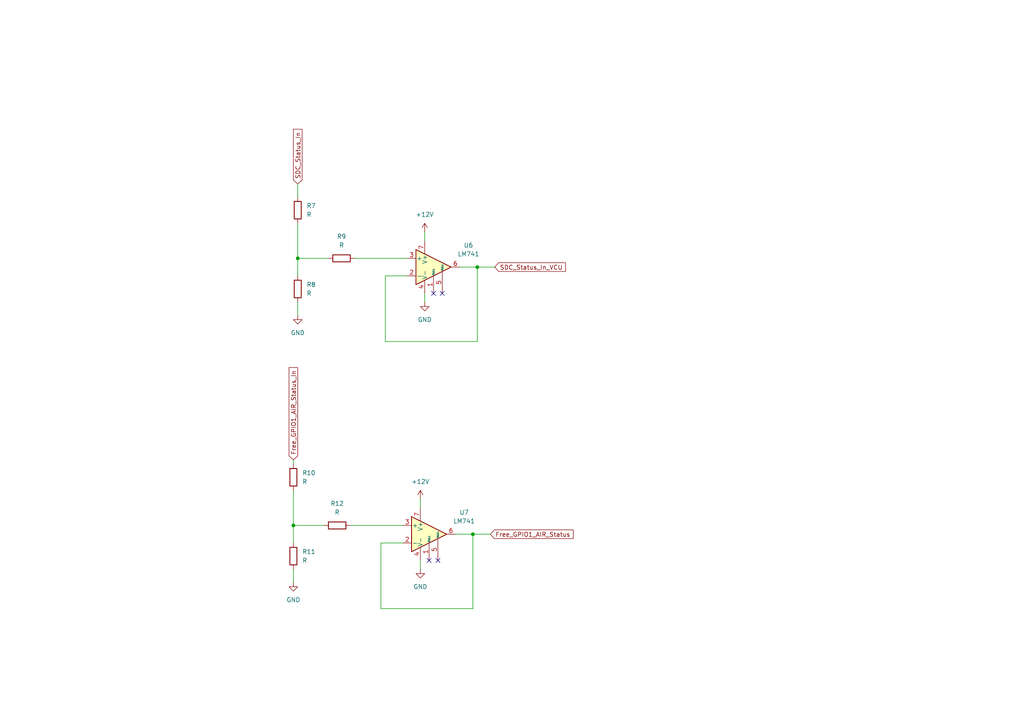
<source format=kicad_sch>
(kicad_sch (version 20231120) (generator "eeschema") (generator_version "8.0")
  (paper "A4")
  (lib_symbols
    (symbol "Amplifier_Operational:LM741" (pin_names (offset 0.127))
      (property "Reference" "U" (at 0 6.35 0))
      (property "Value" "LM741" (at 0 3.81 0))
      (symbol "LM741_0_1"
        (polyline (pts (xy -5.08 5.08) (xy 5.08 0) (xy -5.08 -5.08) (xy -5.08 5.08)) (stroke (width 0.254)) (fill (type background)))
      )
      (symbol "LM741_1_1"
        (pin input line (at 0 -7.62 90) (length 5.08) (name "NULL") (number "1"))
        (pin input line (at -7.62 -2.54 0) (length 2.54) (name "-") (number "2"))
        (pin input line (at -7.62 2.54 0) (length 2.54) (name "+") (number "3"))
        (pin power_in line (at -2.54 -7.62 90) (length 3.81) (name "V-") (number "4"))
        (pin input line (at 2.54 -7.62 90) (length 6.35) (name "NULL") (number "5"))
        (pin output line (at 7.62 0 180) (length 2.54) (name "~") (number "6"))
        (pin power_in line (at -2.54 7.62 270) (length 3.81) (name "V+") (number "7"))
        (pin no_connect line (at 0 2.54 270) (length 2.54) hide (name "NC") (number "8"))
      )
    )
    (symbol "Device:R" (pin_numbers hide) (pin_names (offset 0))
      (property "Reference" "R" (at 2.032 0 90))
      (property "Value" "R" (at 0 0 90))
      (symbol "R_0_1"
        (rectangle (start -1.016 -2.54) (end 1.016 2.54) (stroke (width 0.254)))
      )
      (symbol "R_1_1"
        (pin passive line (at 0 3.81 270) (length 1.27) (name "~") (number "1"))
        (pin passive line (at 0 -3.81 90) (length 1.27) (name "~") (number "2"))
      )
    )
    (symbol "power:+12V" (power) (pin_numbers hide) (pin_names (offset 0) hide)
      (property "Value" "+12V" (at 0 3.556 0))
      (symbol "+12V_0_1"
        (polyline (pts (xy -0.762 1.27) (xy 0 2.54)))
        (polyline (pts (xy 0 0) (xy 0 2.54)))
        (polyline (pts (xy 0 2.54) (xy 0.762 1.27)))
      )
      (symbol "+12V_1_1"
        (pin power_in line (at 0 0 90) (length 0) (name "~") (number "1"))
      )
    )
    (symbol "power:GND" (power) (pin_numbers hide) (pin_names (offset 0) hide)
      (property "Value" "GND" (at 0 -3.81 0))
      (symbol "GND_0_1"
        (polyline (pts (xy 0 0) (xy 0 -1.27) (xy 1.27 -1.27) (xy 0 -2.54) (xy -1.27 -1.27) (xy 0 -1.27)))
      )
      (symbol "GND_1_1"
        (pin power_in line (at 0 0 270) (length 0) (name "~") (number "1"))
      )
    )
  )
  (junction (at 85.09 152.4))
  (junction (at 137.16 154.94))
  (junction (at 86.36 74.93))
  (junction (at 138.43 77.47))
  (no_connect (at 128.27 85.09))
  (no_connect (at 127 162.56))
  (no_connect (at 125.73 85.09))
  (no_connect (at 124.46 162.56))
  (wire (pts (xy 86.36 74.93) (xy 86.36 80.01)))
  (wire (pts (xy 137.16 154.94) (xy 142.24 154.94)))
  (wire (pts (xy 138.43 77.47) (xy 138.43 99.06)))
  (wire (pts (xy 138.43 77.47) (xy 143.51 77.47)))
  (wire (pts (xy 137.16 176.53) (xy 110.49 176.53)))
  (wire (pts (xy 86.36 64.77) (xy 86.36 74.93)))
  (wire (pts (xy 110.49 176.53) (xy 110.49 157.48)))
  (wire (pts (xy 86.36 53.34) (xy 86.36 57.15)))
  (wire (pts (xy 85.09 152.4) (xy 93.98 152.4)))
  (wire (pts (xy 85.09 152.4) (xy 85.09 157.48)))
  (wire (pts (xy 121.92 144.78) (xy 121.92 147.32)))
  (wire (pts (xy 111.76 99.06) (xy 111.76 80.01)))
  (wire (pts (xy 132.08 154.94) (xy 137.16 154.94)))
  (wire (pts (xy 86.36 87.63) (xy 86.36 91.44)))
  (wire (pts (xy 123.19 85.09) (xy 123.19 87.63)))
  (wire (pts (xy 101.6 152.4) (xy 116.84 152.4)))
  (wire (pts (xy 85.09 142.24) (xy 85.09 152.4)))
  (wire (pts (xy 86.36 74.93) (xy 95.25 74.93)))
  (wire (pts (xy 85.09 165.1) (xy 85.09 168.91)))
  (wire (pts (xy 121.92 162.56) (xy 121.92 165.1)))
  (wire (pts (xy 138.43 99.06) (xy 111.76 99.06)))
  (wire (pts (xy 133.35 77.47) (xy 138.43 77.47)))
  (wire (pts (xy 137.16 154.94) (xy 137.16 176.53)))
  (wire (pts (xy 85.09 133.35) (xy 85.09 134.62)))
  (wire (pts (xy 102.87 74.93) (xy 118.11 74.93)))
  (wire (pts (xy 111.76 80.01) (xy 118.11 80.01)))
  (wire (pts (xy 110.49 157.48) (xy 116.84 157.48)))
  (wire (pts (xy 123.19 67.31) (xy 123.19 69.85)))
  (global_label "Free_GPIO1_AIR_Status" (shape input) (at 142.24 154.94 0) (property "Intersheetrefs" "${INTERSHEET_REFS}" (effects (hide yes))))
  (global_label "SDC_Status_In" (shape input) (at 86.36 53.34 90) (property "Intersheetrefs" "${INTERSHEET_REFS}" (effects (hide yes))))
  (global_label "Free_GPIO1_AIR_Status_In" (shape input) (at 85.09 133.35 90) (property "Intersheetrefs" "${INTERSHEET_REFS}" (effects (hide yes))))
  (global_label "SDC_Status_In_VCU" (shape input) (at 143.51 77.47 0) (property "Intersheetrefs" "${INTERSHEET_REFS}" (effects (hide yes))))
  (symbol (lib_id "power:+12V") (at 123.19 67.31 0) (unit 1)
    (property "Reference" "#PWR029" (effects (hide yes)))
    (property "Value" "+12V" (at 123.19 62.23 0))
    (property "Description" "Power symbol creates a global label with name \"+12V\"" (effects (hide yes)))
  )
  (symbol (lib_id "Device:R") (at 86.36 83.82 0) (unit 1)
    (property "Reference" "R8" (at 88.9 82.5499 0) (effects (justify left)))
    (property "Value" "R" (at 88.9 85.0899 0) (effects (justify left)))
    (property "Footprint" "Resistor_THT:R_Axial_DIN0204_L3.6mm_D1.6mm_P5.08mm_Horizontal" (effects (hide yes)))
    (property "Description" "Resistor" (effects (hide yes)))
  )
  (symbol (lib_id "Device:R") (at 97.79 152.4 90) (unit 1)
    (property "Reference" "R12" (at 97.79 146.05 90))
    (property "Value" "R" (at 97.79 148.59 90))
    (property "Footprint" "Resistor_THT:R_Axial_DIN0204_L3.6mm_D1.6mm_P5.08mm_Horizontal" (effects (hide yes)))
    (property "Description" "Resistor" (effects (hide yes)))
  )
  (symbol (lib_id "Device:R") (at 85.09 161.29 0) (unit 1)
    (property "Reference" "R11" (at 87.63 160.0199 0) (effects (justify left)))
    (property "Value" "R" (at 87.63 162.5599 0) (effects (justify left)))
    (property "Footprint" "Resistor_THT:R_Axial_DIN0204_L3.6mm_D1.6mm_P5.08mm_Horizontal" (effects (hide yes)))
    (property "Description" "Resistor" (effects (hide yes)))
  )
  (symbol (lib_id "Device:R") (at 99.06 74.93 90) (unit 1)
    (property "Reference" "R9" (at 99.06 68.58 90))
    (property "Value" "R" (at 99.06 71.12 90))
    (property "Footprint" "Resistor_THT:R_Axial_DIN0204_L3.6mm_D1.6mm_P5.08mm_Horizontal" (effects (hide yes)))
    (property "Description" "Resistor" (effects (hide yes)))
  )
  (symbol (lib_id "power:+12V") (at 121.92 144.78 0) (unit 1)
    (property "Reference" "#PWR032" (effects (hide yes)))
    (property "Value" "+12V" (at 121.92 139.7 0))
    (property "Description" "Power symbol creates a global label with name \"+12V\"" (effects (hide yes)))
  )
  (symbol (lib_id "power:GND") (at 121.92 165.1 0) (unit 1)
    (property "Reference" "#PWR033" (effects (hide yes)))
    (property "Value" "GND" (at 121.92 170.18 0))
    (property "Description" "Power symbol creates a global label with name \"GND\" , ground" (effects (hide yes)))
  )
  (symbol (lib_id "Amplifier_Operational:LM741") (at 124.46 154.94 0) (unit 1)
    (property "Reference" "U7" (at 134.62 148.6214 0))
    (property "Value" "LM741" (at 134.62 151.1614 0))
    (property "Footprint" "Package_DIP:CERDIP-8_W7.62mm_SideBrazed" (effects (hide yes)))
    (property "Datasheet" "http://www.ti.com/lit/ds/symlink/lm741.pdf" (effects (hide yes)))
    (property "Description" "Operational Amplifier, DIP-8/TO-99-8" (effects (hide yes)))
  )
  (symbol (lib_id "Device:R") (at 86.36 60.96 0) (unit 1)
    (property "Reference" "R7" (at 88.9 59.6899 0) (effects (justify left)))
    (property "Value" "R" (at 88.9 62.2299 0) (effects (justify left)))
    (property "Footprint" "Resistor_THT:R_Axial_DIN0204_L3.6mm_D1.6mm_P5.08mm_Horizontal" (effects (hide yes)))
    (property "Description" "Resistor" (effects (hide yes)))
  )
  (symbol (lib_id "power:GND") (at 123.19 87.63 0) (unit 1)
    (property "Reference" "#PWR030" (effects (hide yes)))
    (property "Value" "GND" (at 123.19 92.71 0))
    (property "Description" "Power symbol creates a global label with name \"GND\" , ground" (effects (hide yes)))
  )
  (symbol (lib_id "Amplifier_Operational:LM741") (at 125.73 77.47 0) (unit 1)
    (property "Reference" "U6" (at 135.89 71.1514 0))
    (property "Value" "LM741" (at 135.89 73.6914 0))
    (property "Footprint" "Package_DIP:CERDIP-8_W7.62mm_SideBrazed" (effects (hide yes)))
    (property "Datasheet" "http://www.ti.com/lit/ds/symlink/lm741.pdf" (effects (hide yes)))
    (property "Description" "Operational Amplifier, DIP-8/TO-99-8" (effects (hide yes)))
  )
  (symbol (lib_id "Device:R") (at 85.09 138.43 0) (unit 1)
    (property "Reference" "R10" (at 87.63 137.1599 0) (effects (justify left)))
    (property "Value" "R" (at 87.63 139.6999 0) (effects (justify left)))
    (property "Footprint" "Resistor_THT:R_Axial_DIN0204_L3.6mm_D1.6mm_P5.08mm_Horizontal" (effects (hide yes)))
    (property "Description" "Resistor" (effects (hide yes)))
  )
  (symbol (lib_id "power:GND") (at 85.09 168.91 0) (unit 1)
    (property "Reference" "#PWR020" (effects (hide yes)))
    (property "Value" "GND" (at 85.09 173.99 0))
    (property "Description" "Power symbol creates a global label with name \"GND\" , ground" (effects (hide yes)))
  )
  (symbol (lib_id "power:GND") (at 86.36 91.44 0) (unit 1)
    (property "Reference" "#PWR031" (effects (hide yes)))
    (property "Value" "GND" (at 86.36 96.52 0))
    (property "Description" "Power symbol creates a global label with name \"GND\" , ground" (effects (hide yes)))
  )
)
</source>
